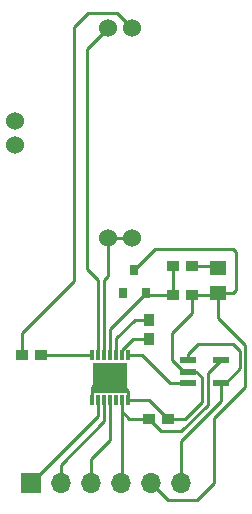
<source format=gtl>
%TF.GenerationSoftware,KiCad,Pcbnew,(6.0.6)*%
%TF.CreationDate,2022-07-27T15:13:06-07:00*%
%TF.ProjectId,EcobitNRF9160 EV3,45636f62-6974-44e5-9246-393136302045,rev?*%
%TF.SameCoordinates,Original*%
%TF.FileFunction,Copper,L1,Top*%
%TF.FilePolarity,Positive*%
%FSLAX46Y46*%
G04 Gerber Fmt 4.6, Leading zero omitted, Abs format (unit mm)*
G04 Created by KiCad (PCBNEW (6.0.6)) date 2022-07-27 15:13:06*
%MOMM*%
%LPD*%
G01*
G04 APERTURE LIST*
G04 Aperture macros list*
%AMRoundRect*
0 Rectangle with rounded corners*
0 $1 Rounding radius*
0 $2 $3 $4 $5 $6 $7 $8 $9 X,Y pos of 4 corners*
0 Add a 4 corners polygon primitive as box body*
4,1,4,$2,$3,$4,$5,$6,$7,$8,$9,$2,$3,0*
0 Add four circle primitives for the rounded corners*
1,1,$1+$1,$2,$3*
1,1,$1+$1,$4,$5*
1,1,$1+$1,$6,$7*
1,1,$1+$1,$8,$9*
0 Add four rect primitives between the rounded corners*
20,1,$1+$1,$2,$3,$4,$5,0*
20,1,$1+$1,$4,$5,$6,$7,0*
20,1,$1+$1,$6,$7,$8,$9,0*
20,1,$1+$1,$8,$9,$2,$3,0*%
G04 Aperture macros list end*
%TA.AperFunction,ComponentPad*%
%ADD10R,1.700000X1.700000*%
%TD*%
%TA.AperFunction,ComponentPad*%
%ADD11O,1.700000X1.700000*%
%TD*%
%TA.AperFunction,ComponentPad*%
%ADD12C,1.524000*%
%TD*%
%TA.AperFunction,SMDPad,CuDef*%
%ADD13R,1.350000X1.200000*%
%TD*%
%TA.AperFunction,SMDPad,CuDef*%
%ADD14R,1.320800X0.558800*%
%TD*%
%TA.AperFunction,SMDPad,CuDef*%
%ADD15R,0.900000X1.050000*%
%TD*%
%TA.AperFunction,SMDPad,CuDef*%
%ADD16R,1.050000X0.900000*%
%TD*%
%TA.AperFunction,SMDPad,CuDef*%
%ADD17R,0.802000X0.972000*%
%TD*%
%TA.AperFunction,SMDPad,CuDef*%
%ADD18R,3.000000X2.600000*%
%TD*%
%TA.AperFunction,SMDPad,CuDef*%
%ADD19RoundRect,0.033750X-0.101250X0.396250X-0.101250X-0.396250X0.101250X-0.396250X0.101250X0.396250X0*%
%TD*%
%TA.AperFunction,SMDPad,CuDef*%
%ADD20RoundRect,0.033750X0.101250X-0.396250X0.101250X0.396250X-0.101250X0.396250X-0.101250X-0.396250X0*%
%TD*%
%TA.AperFunction,Conductor*%
%ADD21C,0.250000*%
%TD*%
G04 APERTURE END LIST*
D10*
%TO.P,J1,1,Pin_1*%
%TO.N,/~{GASSENS-EN}*%
X125875000Y-120225000D03*
D11*
%TO.P,J1,2,Pin_2*%
%TO.N,/SCL*%
X128415000Y-120225000D03*
%TO.P,J1,3,Pin_3*%
%TO.N,/SDA*%
X130955000Y-120225000D03*
%TO.P,J1,4,Pin_4*%
%TO.N,/VDD*%
X133495000Y-120225000D03*
%TO.P,J1,5,Pin_5*%
%TO.N,GND*%
X136035000Y-120225000D03*
%TO.P,J1,6,Pin_6*%
%TO.N,/CO-AMPVOUT*%
X138575000Y-120225000D03*
%TD*%
D12*
%TO.P,SENS-CO1,6,WORKING@2*%
%TO.N,Net-(AFE-CO1-Pad12)*%
X134413295Y-99419994D03*
%TO.P,SENS-CO1,5,COUNTER*%
%TO.N,Net-(R1-Pad1)*%
X134413295Y-81639994D03*
%TO.P,SENS-CO1,4,REFERENCE*%
%TO.N,Net-(AFE-CO1-Pad13)*%
X132406695Y-81639994D03*
%TO.P,SENS-CO1,3*%
%TO.N,N/C*%
X124519995Y-89526694D03*
%TO.P,SENS-CO1,2*%
X124519995Y-91533294D03*
%TO.P,SENS-CO1,1,WORKING@1*%
%TO.N,Net-(AFE-CO1-Pad12)*%
X132406695Y-99419994D03*
%TD*%
D13*
%TO.P,C1,1,1*%
%TO.N,Net-(C1-Pad1)*%
X141732000Y-102024000D03*
%TO.P,C1,2,2*%
%TO.N,GND*%
X141732000Y-104124000D03*
%TD*%
D14*
%TO.P,AMP-CO1,1,VOUT*%
%TO.N,/CO-AMPVOUT*%
X139188400Y-109810200D03*
%TO.P,AMP-CO1,2,VSS*%
%TO.N,GND*%
X139188400Y-110750000D03*
%TO.P,AMP-CO1,3,VIN+*%
%TO.N,Net-(AFE-CO1-Pad8)*%
X139188400Y-111689800D03*
%TO.P,AMP-CO1,4,VIN-*%
%TO.N,/CO-AMPVOUT*%
X141931600Y-111689800D03*
%TO.P,AMP-CO1,5,VDD*%
%TO.N,/VDD*%
X141931600Y-109810200D03*
%TD*%
D15*
%TO.P,R2,1,1*%
%TO.N,Net-(AFE-CO1-Pad10)*%
X135890000Y-106388000D03*
%TO.P,R2,2,2*%
%TO.N,Net-(AFE-CO1-Pad9)*%
X135890000Y-107988000D03*
%TD*%
D16*
%TO.P,R3,1,1*%
%TO.N,Net-(C1-Pad1)*%
X139484000Y-101854000D03*
%TO.P,R3,2,2*%
%TO.N,/VREFADC*%
X137884000Y-101854000D03*
%TD*%
D17*
%TO.P,IC1,1,VIN*%
%TO.N,/3V3ACC*%
X133670000Y-104124000D03*
%TO.P,IC1,2,VOUT*%
%TO.N,/VREFADC*%
X135570000Y-104124000D03*
%TO.P,IC1,3,GND*%
%TO.N,GND*%
X134620000Y-102124000D03*
%TD*%
D16*
%TO.P,C2,1,1*%
%TO.N,/VREFADC*%
X137884000Y-104274000D03*
%TO.P,C2,2,2*%
%TO.N,GND*%
X139484000Y-104274000D03*
%TD*%
D18*
%TO.P,AFE-CO1,15,DAP*%
%TO.N,GND*%
X132577266Y-111265267D03*
D19*
%TO.P,AFE-CO1,14,CE*%
%TO.N,Net-(AFE-CO1-Pad14)*%
X131077266Y-109330267D03*
%TO.P,AFE-CO1,13,RE*%
%TO.N,Net-(AFE-CO1-Pad13)*%
X131577266Y-109330267D03*
%TO.P,AFE-CO1,12,WE*%
%TO.N,Net-(AFE-CO1-Pad12)*%
X132077266Y-109330267D03*
%TO.P,AFE-CO1,11,VREF*%
%TO.N,/VREFADC*%
X132577266Y-109330267D03*
%TO.P,AFE-CO1,10,C1*%
%TO.N,Net-(AFE-CO1-Pad10)*%
X133077266Y-109330267D03*
%TO.P,AFE-CO1,9,C2*%
%TO.N,Net-(AFE-CO1-Pad9)*%
X133577266Y-109330267D03*
%TO.P,AFE-CO1,8,VOUT*%
%TO.N,Net-(AFE-CO1-Pad8)*%
X134077266Y-109330267D03*
D20*
%TO.P,AFE-CO1,7,AGND*%
%TO.N,GND*%
X134077266Y-113200267D03*
%TO.P,AFE-CO1,6,VDD*%
%TO.N,/VDD*%
X133577266Y-113200267D03*
%TO.P,AFE-CO1,5*%
%TO.N,N/C*%
X133077266Y-113200267D03*
%TO.P,AFE-CO1,4,SDA*%
%TO.N,/SDA*%
X132577266Y-113200267D03*
%TO.P,AFE-CO1,3,SCL*%
%TO.N,/SCL*%
X132077266Y-113200267D03*
%TO.P,AFE-CO1,2,~{MENB}*%
%TO.N,/~{GASSENS-EN}*%
X131577266Y-113200267D03*
%TO.P,AFE-CO1,1,DGND*%
%TO.N,GND*%
X131077266Y-113200267D03*
%TD*%
D16*
%TO.P,R1,1,1*%
%TO.N,Net-(R1-Pad1)*%
X125130000Y-109340000D03*
%TO.P,R1,2,2*%
%TO.N,Net-(AFE-CO1-Pad14)*%
X126730000Y-109340000D03*
%TD*%
%TO.P,C3,1,1*%
%TO.N,/VDD*%
X135840000Y-114750000D03*
%TO.P,C3,2,2*%
%TO.N,GND*%
X137440000Y-114750000D03*
%TD*%
D21*
%TO.N,GND*%
X137460000Y-121650000D02*
X136035000Y-120225000D01*
X141400000Y-120200000D02*
X139950000Y-121650000D01*
X139950000Y-121650000D02*
X137460000Y-121650000D01*
X141400000Y-114650000D02*
X141400000Y-120200000D01*
X144002400Y-108502400D02*
X144002400Y-112047600D01*
X141732000Y-106232000D02*
X144002400Y-108502400D01*
X141732000Y-104124000D02*
X141732000Y-106232000D01*
X144002400Y-112047600D02*
X141400000Y-114650000D01*
%TO.N,/CO-AMPVOUT*%
X141931600Y-113268400D02*
X138575000Y-116625000D01*
X138575000Y-116625000D02*
X138575000Y-120225000D01*
X141931600Y-111689800D02*
X141931600Y-113268400D01*
%TO.N,/VDD*%
X133600000Y-114150000D02*
X133600000Y-120120000D01*
X133577266Y-114127266D02*
X133600000Y-114150000D01*
X133600000Y-120120000D02*
X133495000Y-120225000D01*
%TO.N,/SDA*%
X130955000Y-118145000D02*
X130955000Y-120225000D01*
X132577266Y-116522734D02*
X130955000Y-118145000D01*
X132577266Y-113200267D02*
X132577266Y-116522734D01*
%TO.N,/SCL*%
X128415000Y-118635000D02*
X128415000Y-120225000D01*
X132077266Y-113200267D02*
X132077266Y-114972734D01*
X132077266Y-114972734D02*
X128415000Y-118635000D01*
%TO.N,/~{GASSENS-EN}*%
X131577266Y-114522734D02*
X125875000Y-120225000D01*
X131577266Y-113200267D02*
X131577266Y-114522734D01*
%TO.N,GND*%
X138790000Y-110750000D02*
X139188400Y-110750000D01*
X137800000Y-109760000D02*
X138790000Y-110750000D01*
X137800000Y-107470000D02*
X137800000Y-109760000D01*
X139484000Y-105786000D02*
X137800000Y-107470000D01*
X139484000Y-104274000D02*
X139484000Y-105786000D01*
X143250000Y-103820000D02*
X142946000Y-104124000D01*
X143010000Y-100400000D02*
X143250000Y-100640000D01*
X143250000Y-100640000D02*
X143250000Y-103820000D01*
X142946000Y-104124000D02*
X141732000Y-104124000D01*
X136344000Y-100400000D02*
X143010000Y-100400000D01*
X134620000Y-102124000D02*
X136344000Y-100400000D01*
X141582000Y-104274000D02*
X141732000Y-104124000D01*
X139484000Y-104274000D02*
X141582000Y-104274000D01*
X135880000Y-113200000D02*
X137430000Y-114750000D01*
X134077533Y-113200000D02*
X135880000Y-113200000D01*
X134077266Y-113200267D02*
X134077533Y-113200000D01*
X137430000Y-114750000D02*
X137440000Y-114750000D01*
X134080000Y-113197533D02*
X134077266Y-113200267D01*
X134080000Y-112370000D02*
X134080000Y-113197533D01*
X132975267Y-111265267D02*
X134080000Y-112370000D01*
X132577266Y-111265267D02*
X132975267Y-111265267D01*
X131077266Y-112052734D02*
X131077266Y-113200267D01*
X131864733Y-111265267D02*
X131077266Y-112052734D01*
X132577266Y-111265267D02*
X131864733Y-111265267D01*
X140310000Y-111190000D02*
X139870000Y-110750000D01*
X140310000Y-113370000D02*
X140310000Y-111190000D01*
X139870000Y-110750000D02*
X139188400Y-110750000D01*
X138930000Y-114750000D02*
X140310000Y-113370000D01*
X137440000Y-114750000D02*
X138930000Y-114750000D01*
%TO.N,/VDD*%
X136890000Y-115800000D02*
X135840000Y-114750000D01*
X138610000Y-115800000D02*
X136890000Y-115800000D01*
X140830000Y-110911800D02*
X140830000Y-113580000D01*
X141931600Y-109810200D02*
X140830000Y-110911800D01*
X140830000Y-113580000D02*
X138610000Y-115800000D01*
%TO.N,Net-(AFE-CO1-Pad12)*%
X132406695Y-99419994D02*
X134413295Y-99419994D01*
X132077266Y-103002734D02*
X132406695Y-102673305D01*
X132406695Y-102673305D02*
X132406695Y-99419994D01*
X132077266Y-109330267D02*
X132077266Y-103002734D01*
%TO.N,Net-(R1-Pad1)*%
X125130000Y-107460000D02*
X125130000Y-109340000D01*
X129530000Y-81610000D02*
X129530000Y-103060000D01*
X129530000Y-103060000D02*
X125130000Y-107460000D01*
X130720000Y-80420000D02*
X129530000Y-81610000D01*
X133193301Y-80420000D02*
X130720000Y-80420000D01*
X134413295Y-81639994D02*
X133193301Y-80420000D01*
%TO.N,Net-(AFE-CO1-Pad13)*%
X130610000Y-83436689D02*
X132406695Y-81639994D01*
X130610000Y-102060000D02*
X130610000Y-83436689D01*
X131577266Y-109330267D02*
X131577266Y-103027266D01*
X131577266Y-103027266D02*
X130610000Y-102060000D01*
%TO.N,/VDD*%
X133577266Y-113200267D02*
X133577266Y-114127266D01*
X133577266Y-114127266D02*
X134200000Y-114750000D01*
X134200000Y-114750000D02*
X135850000Y-114750000D01*
%TO.N,/VREFADC*%
X135720000Y-104274000D02*
X135570000Y-104124000D01*
X132577266Y-109330267D02*
X132577266Y-107116734D01*
X132577266Y-107116734D02*
X135570000Y-104124000D01*
X137884000Y-101854000D02*
X137884000Y-104274000D01*
X137884000Y-104274000D02*
X135720000Y-104274000D01*
%TO.N,/CO-AMPVOUT*%
X139188400Y-109810200D02*
X139188400Y-109231600D01*
X139188400Y-109231600D02*
X140030000Y-108390000D01*
X143010000Y-108390000D02*
X143600000Y-108980000D01*
X142350200Y-111689800D02*
X141931600Y-111689800D01*
X143600000Y-110440000D02*
X142350200Y-111689800D01*
X143600000Y-108980000D02*
X143600000Y-110440000D01*
X140030000Y-108390000D02*
X143010000Y-108390000D01*
%TO.N,Net-(C1-Pad1)*%
X141562000Y-101854000D02*
X141732000Y-102024000D01*
X139484000Y-101854000D02*
X141562000Y-101854000D01*
%TO.N,Net-(AFE-CO1-Pad8)*%
X135280267Y-109330267D02*
X137640000Y-111690000D01*
X134077266Y-109330267D02*
X135280267Y-109330267D01*
X137640000Y-111690000D02*
X137640200Y-111689800D01*
X137640200Y-111689800D02*
X139188400Y-111689800D01*
%TO.N,Net-(AFE-CO1-Pad9)*%
X133577266Y-109330267D02*
X133577266Y-108892734D01*
X134482000Y-107988000D02*
X135890000Y-107988000D01*
X133577266Y-108892734D02*
X134482000Y-107988000D01*
%TO.N,Net-(AFE-CO1-Pad10)*%
X133096000Y-108874000D02*
X133096000Y-107950000D01*
X134658000Y-106388000D02*
X135890000Y-106388000D01*
X133096000Y-107950000D02*
X134658000Y-106388000D01*
X133077266Y-109330267D02*
X133077266Y-108892734D01*
X133077266Y-108892734D02*
X133096000Y-108874000D01*
%TO.N,Net-(AFE-CO1-Pad14)*%
X126710000Y-109330000D02*
X131076999Y-109330000D01*
X131076999Y-109330000D02*
X131077266Y-109330267D01*
%TD*%
M02*

</source>
